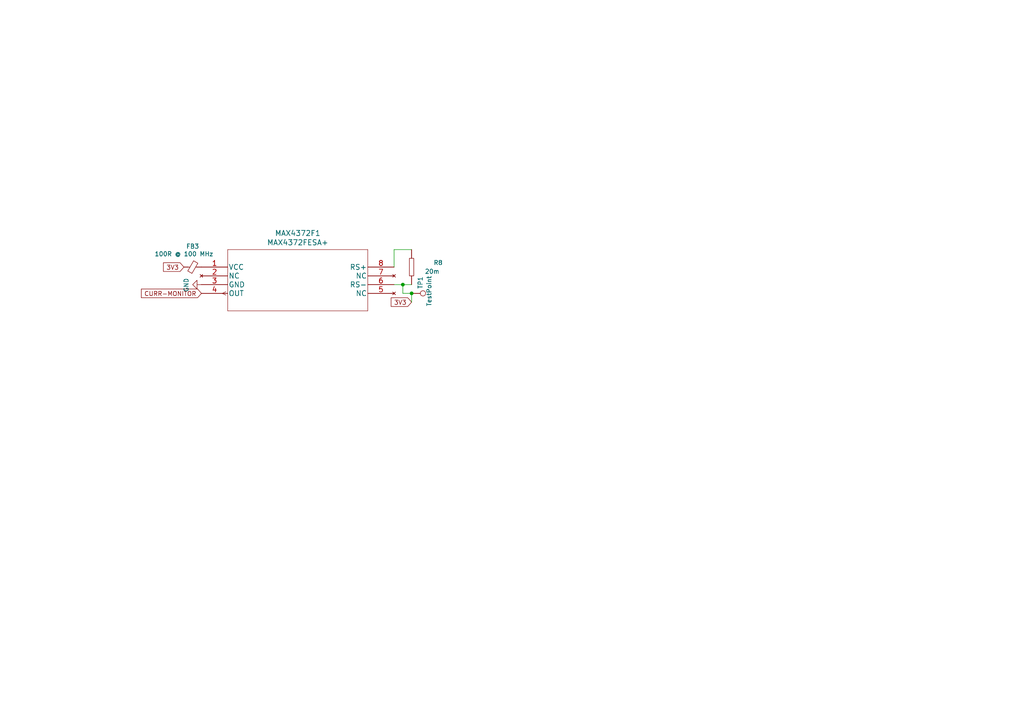
<source format=kicad_sch>
(kicad_sch (version 20211123) (generator eeschema)
  (paper "A4")
  (lib_symbols
    (symbol "Connector:TestPoint" (pin_numbers hide) (pin_names (offset 0.762) hide)
      (property "Reference" "TP" (at 0 6.858 0))
      (property "Value" "TestPoint" (at 0 5.08 0))
      (symbol "TestPoint_0_1"
        (circle (center 0 3.302) (radius 0.762))
      )
      (symbol "TestPoint_1_1"
        (pin passive line (at 0 0 90) (length 2.54) (name "1") (number "1"))
      )
    )
    (symbol "Device:Ferrite_Bead_Small" (pin_numbers hide) (pin_names (offset 0))
      (property "Reference" "FB" (at 1.905 1.27 0))
      (property "Value" "Device_Ferrite_Bead_Small" (at 1.905 -1.27 0))
      (symbol "Ferrite_Bead_Small_0_1"
        (polyline (pts (xy 0 -1.27) (xy 0 -0.7874)))
        (polyline (pts (xy 0 0.889) (xy 0 1.2954)))
        (polyline (pts (xy -1.8288 0.2794) (xy -1.1176 1.4986) (xy 1.8288 -0.2032) (xy 1.1176 -1.4224) (xy -1.8288 0.2794)))
      )
      (symbol "Ferrite_Bead_Small_1_1"
        (pin passive line (at 0 2.54 270) (length 1.27) (name "~") (number "1"))
        (pin passive line (at 0 -2.54 90) (length 1.27) (name "~") (number "2"))
      )
    )
    (symbol "STM32_Breakout-rescue:MAX4372FESA+-MAX4372FESA+" (pin_names (offset 0.254))
      (property "Reference" "U" (at 27.94 10.16 0))
      (property "Value" "MAX4372FESA+-MAX4372FESA+" (at 27.94 7.62 0))
      (symbol "MAX4372FESA+-MAX4372FESA+_1_1"
        (polyline (pts (xy 7.112 -8.128) (xy 6.0452 -7.62)) (stroke (width 0.127)))
        (polyline (pts (xy 7.112 -7.112) (xy 6.0452 -7.62)) (stroke (width 0.127)))
        (polyline (pts (xy 7.62 -12.7) (xy 48.26 -12.7)) (stroke (width 0.127)))
        (polyline (pts (xy 7.62 5.08) (xy 7.62 -12.7)) (stroke (width 0.127)))
        (polyline (pts (xy 48.26 -12.7) (xy 48.26 5.08)) (stroke (width 0.127)))
        (polyline (pts (xy 48.26 5.08) (xy 7.62 5.08)) (stroke (width 0.127)))
        (pin power_in line (at 0 0 0) (length 7.62) (name "VCC") (number "1"))
        (pin no_connect line (at 0 -2.54 0) (length 7.62) (name "NC") (number "2"))
        (pin power_in line (at 0 -5.08 0) (length 7.62) (name "GND") (number "3"))
        (pin output line (at 0 -7.62 0) (length 7.62) (name "OUT") (number "4"))
        (pin no_connect line (at 55.88 -7.62 180) (length 7.62) (name "NC") (number "5"))
        (pin unspecified line (at 55.88 -5.08 180) (length 7.62) (name "RS-") (number "6"))
        (pin no_connect line (at 55.88 -2.54 180) (length 7.62) (name "NC") (number "7"))
        (pin unspecified line (at 55.88 0 180) (length 7.62) (name "RS+") (number "8"))
      )
    )
    (symbol "STM32_Breakout-rescue:R0603-OBC_Libary" (pin_numbers hide) (pin_names (offset 1.016) hide)
      (property "Reference" "R" (at -7.62 2.54 0))
      (property "Value" "R0603-OBC_Libary" (at -7.62 -5.08 0))
      (symbol "R0603-OBC_Libary_0_0"
        (pin passive line (at -5.08 0 0) (length 2.54) (name "~") (number "1"))
        (pin passive line (at 5.08 0 180) (length 2.54) (name "~") (number "2"))
      )
      (symbol "R0603-OBC_Libary_1_1"
        (rectangle (start -2.54 0.635) (end 2.54 -0.635))
      )
    )
    (symbol "power:GND" (power) (pin_names (offset 0))
      (property "Value" "GND" (at 0 -3.81 0))
      (symbol "GND_0_1"
        (polyline (pts (xy 0 0) (xy 0 -1.27) (xy 1.27 -1.27) (xy 0 -2.54) (xy -1.27 -1.27) (xy 0 -1.27)))
      )
      (symbol "GND_1_1"
        (pin power_in line (at 0 0 270) (length 0) hide (name "GND") (number "1"))
      )
    )
  )
  (junction (at 119.38 85.09))
  (junction (at 116.84 82.55))
  (wire (pts (xy 114.3 77.47) (xy 114.3 72.39)))
  (wire (pts (xy 114.3 72.39) (xy 119.38 72.39)))
  (wire (pts (xy 116.84 82.55) (xy 119.38 82.55)))
  (wire (pts (xy 114.3 82.55) (xy 116.84 82.55)))
  (wire (pts (xy 119.38 85.09) (xy 119.38 87.63)))
  (wire (pts (xy 116.84 85.09) (xy 119.38 85.09)))
  (wire (pts (xy 116.84 82.55) (xy 116.84 85.09)))
  (global_label "3V3" (shape input) (at 53.34 77.47 180) (property "Intersheet References" "${INTERSHEET_REFS}" (effects hide)))
  (global_label "CURR-MONITOR" (shape input) (at 58.42 85.09 180) (property "Intersheet References" "${INTERSHEET_REFS}" (effects hide)))
  (global_label "3V3" (shape input) (at 119.38 87.63 180) (property "Intersheet References" "${INTERSHEET_REFS}" (effects hide)))
  (symbol (lib_id "Device:Ferrite_Bead_Small") (at 55.88 77.47 270) (unit 1)
    (property "Reference" "FB3" (at 55.88 71.4502 90))
    (property "Value" "100R @ 100 MHz" (at 53.34 73.66 90))
    (property "Footprint" "STM32_Breakout:INDUC1607X60N" (effects hide))
  )
  (symbol (lib_id "Connector:TestPoint") (at 119.38 85.09 270) (unit 1)
    (property "Reference" "TP1" (at 121.92 83.82 0) (effects (justify right)))
    (property "Value" "TestPoint" (at 124.46 88.9 0) (effects (justify right)))
    (property "Footprint" "TestPoint:TestPoint_Pad_D2.0mm" (effects hide))
  )
  (symbol (lib_id "STM32_Breakout-rescue:MAX4372FESA+-MAX4372FESA+") (at 58.42 77.47 0) (unit 1)
    (property "Reference" "MAX4372F1" (at 86.36 67.6402 0) (effects (font (size 1.524 1.524))))
    (property "Value" "MAX4372FESA+" (at 86.36 70.3326 0) (effects (font (size 1.524 1.524))))
    (property "Footprint" "STM32_Breakout:SOIC127P600X175-8N" (effects hide))
  )
  (symbol (lib_id "power:GND") (at 58.42 82.55 270) (unit 1)
    (property "Reference" "#PWR019" (effects hide))
    (property "Value" "GND" (at 54.0258 82.677 0))
  )
  (symbol (lib_id "STM32_Breakout-rescue:R0603-OBC_Libary") (at 119.38 77.47 270) (unit 1)
    (property "Reference" "R8" (at 125.73 76.2 90) (effects (justify left)))
    (property "Value" "20m" (at 123.19 78.74 90) (effects (justify left)))
    (property "Footprint" "RESC1607X60N" (effects hide))
  )
)
</source>
